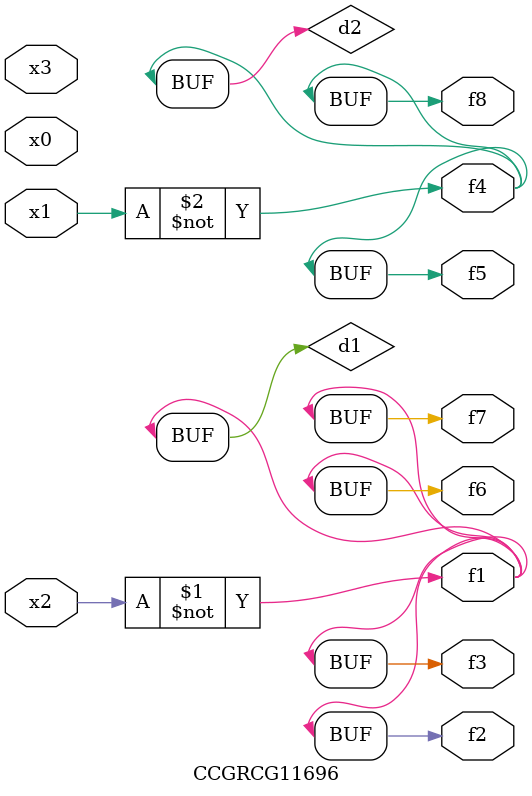
<source format=v>
module CCGRCG11696(
	input x0, x1, x2, x3,
	output f1, f2, f3, f4, f5, f6, f7, f8
);

	wire d1, d2;

	xnor (d1, x2);
	not (d2, x1);
	assign f1 = d1;
	assign f2 = d1;
	assign f3 = d1;
	assign f4 = d2;
	assign f5 = d2;
	assign f6 = d1;
	assign f7 = d1;
	assign f8 = d2;
endmodule

</source>
